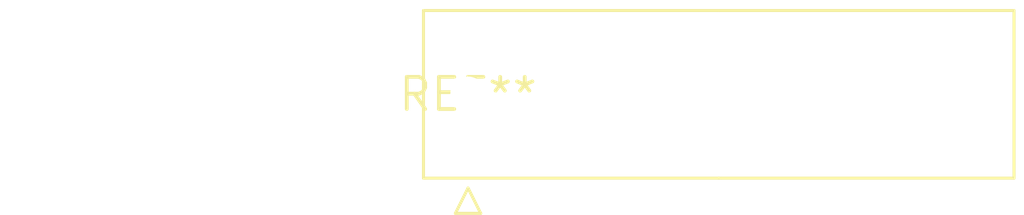
<source format=kicad_pcb>
(kicad_pcb (version 20240108) (generator pcbnew)
  (layers (0 "F.Cu" signal) (31 "B.Cu" signal) (34 "B.Paste" user) (35 "F.Paste" user) (36 "B.SilkS" user "B.Silkscreen") (37 "F.SilkS" user "F.Silkscreen") (38 "B.Mask" user) (39 "F.Mask" user) (44 "Edge.Cuts" user))
  (net 0 "")
  (footprint "TE_826576-6_1x06_P3.96mm_Vertical" (layer "F.Cu") (at 0 0)
    (property "Reference" "REF**")
    (property "Value" "TE_826576-6_1x06_P3.96mm_Vertical")
    (fp_line (start -1.76 -3.31) (end -1.76 3.31) (layer "F.SilkS") (stroke (width 0.12)))
    (fp_line (start -1.76 3.31) (end 9.9 3.31) (layer "F.SilkS") (stroke (width 0.12)))
    (fp_line (start -0.5 4.7) (end 0 3.7) (layer "F.SilkS") (stroke (width 0.12)))
    (fp_line (start 0 3.7) (end 0.5 4.7) (layer "F.SilkS") (stroke (width 0.12)))
    (fp_line (start 0.5 4.7) (end -0.5 4.7) (layer "F.SilkS") (stroke (width 0.12)))
    (fp_line (start 9.9 -3.31) (end -1.76 -3.31) (layer "F.SilkS") (stroke (width 0.12)))
    (fp_line (start 9.9 -3.31) (end 21.56 -3.31) (layer "F.SilkS") (stroke (width 0.12)))
    (fp_line (start 21.56 -3.31) (end 21.56 3.31) (layer "F.SilkS") (stroke (width 0.12)))
    (fp_line (start 21.56 3.31) (end 9.9 3.31) (layer "F.SilkS") (stroke (width 0.12)))
    (pad "1" thru_hole roundrect (at 0 0) (size 2.4 2.4) (drill 1.4) (layers *.Cu *.Mask) (remove_unused_layers) (roundrect_rratio 0.104167))
    (pad "2" thru_hole circle (at 3.96 0) (size 2.4 2.4) (drill 1.4) (layers *.Cu *.Mask) (remove_unused_layers))
    (pad "3" thru_hole circle (at 7.92 0) (size 2.4 2.4) (drill 1.4) (layers *.Cu *.Mask) (remove_unused_layers))
    (pad "4" thru_hole circle (at 11.88 0) (size 2.4 2.4) (drill 1.4) (layers *.Cu *.Mask) (remove_unused_layers))
    (pad "5" thru_hole circle (at 15.84 0) (size 2.4 2.4) (drill 1.4) (layers *.Cu *.Mask) (remove_unused_layers))
    (pad "6" thru_hole circle (at 19.8 0) (size 2.4 2.4) (drill 1.4) (layers *.Cu *.Mask) (remove_unused_layers))
  )
)
</source>
